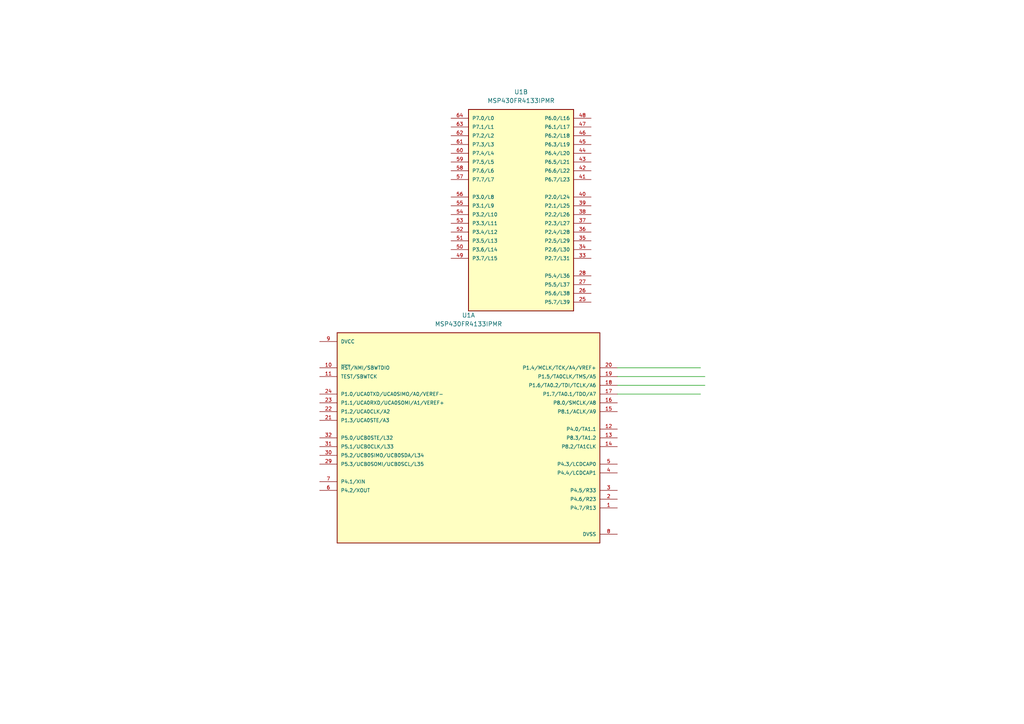
<source format=kicad_sch>
(kicad_sch (version 20230121) (generator eeschema)
  (paper "A4")
  (lib_symbols
    (symbol "MSP430FR4133IPMR:MSP430FR4133IPMR" (pin_names (offset 1.016))
      (property "Reference" "U" (at -38.1 31.75 0))
      (property "Value" "MSP430FR4133IPMR" (at -38.1 -33.02 0))
      (symbol "MSP430FR4133IPMR_1_0"
        (rectangle (start -38.1 -30.48) (end 38.1 30.48) (stroke (width 0.254)) (fill (type background)))
        (pin bidirectional line (at 43.18 -20.32 180) (length 5.08) (name "P4.7/R13") (number "1"))
        (pin bidirectional line (at -43.18 20.32 0) (length 5.08) (name "~{RST}/NMI/SBWTDIO") (number "10"))
        (pin bidirectional line (at -43.18 17.78 0) (length 5.08) (name "TEST/SBWTCK") (number "11"))
        (pin bidirectional line (at 43.18 2.54 180) (length 5.08) (name "P4.0/TA1.1") (number "12"))
        (pin bidirectional line (at 43.18 0 180) (length 5.08) (name "P8.3/TA1.2") (number "13"))
        (pin bidirectional line (at 43.18 -2.54 180) (length 5.08) (name "P8.2/TA1CLK") (number "14"))
        (pin bidirectional line (at 43.18 7.62 180) (length 5.08) (name "P8.1/ACLK/A9") (number "15"))
        (pin bidirectional line (at 43.18 10.16 180) (length 5.08) (name "P8.0/SMCLK/A8") (number "16"))
        (pin bidirectional line (at 43.18 12.7 180) (length 5.08) (name "P1.7/TA0.1/TDO/A7") (number "17"))
        (pin bidirectional line (at 43.18 15.24 180) (length 5.08) (name "P1.6/TA0.2/TDI/TCLK/A6") (number "18"))
        (pin bidirectional line (at 43.18 17.78 180) (length 5.08) (name "P1.5/TA0CLK/TMS/A5") (number "19"))
        (pin bidirectional line (at 43.18 -17.78 180) (length 5.08) (name "P4.6/R23") (number "2"))
        (pin bidirectional line (at 43.18 20.32 180) (length 5.08) (name "P1.4/MCLK/TCK/A4/VREF+") (number "20"))
        (pin bidirectional line (at -43.18 5.08 0) (length 5.08) (name "P1.3/UCA0STE/A3") (number "21"))
        (pin bidirectional line (at -43.18 7.62 0) (length 5.08) (name "P1.2/UCA0CLK/A2") (number "22"))
        (pin bidirectional line (at -43.18 10.16 0) (length 5.08) (name "P1.1/UCA0RXD/UCA0SOMI/A1/VEREF+") (number "23"))
        (pin bidirectional line (at -43.18 12.7 0) (length 5.08) (name "P1.0/UCA0TXD/UCA0SIMO/A0/VEREF-") (number "24"))
        (pin bidirectional line (at -43.18 -7.62 0) (length 5.08) (name "P5.3/UCB0SOMI/UCB0SCL/L35") (number "29"))
        (pin bidirectional line (at 43.18 -15.24 180) (length 5.08) (name "P4.5/R33") (number "3"))
        (pin bidirectional line (at -43.18 -5.08 0) (length 5.08) (name "P5.2/UCB0SIMO/UCB0SDA/L34") (number "30"))
        (pin bidirectional line (at -43.18 -2.54 0) (length 5.08) (name "P5.1/UCB0CLK/L33") (number "31"))
        (pin bidirectional line (at -43.18 0 0) (length 5.08) (name "P5.0/UCB0STE/L32") (number "32"))
        (pin bidirectional line (at 43.18 -10.16 180) (length 5.08) (name "P4.4/LCDCAP1") (number "4"))
        (pin bidirectional line (at 43.18 -7.62 180) (length 5.08) (name "P4.3/LCDCAP0") (number "5"))
        (pin bidirectional line (at -43.18 -15.24 0) (length 5.08) (name "P4.2/XOUT") (number "6"))
        (pin bidirectional line (at -43.18 -12.7 0) (length 5.08) (name "P4.1/XIN") (number "7"))
        (pin power_in line (at 43.18 -27.94 180) (length 5.08) (name "DVSS") (number "8"))
        (pin power_in line (at -43.18 27.94 0) (length 5.08) (name "DVCC") (number "9"))
      )
      (symbol "MSP430FR4133IPMR_2_0"
        (rectangle (start -15.24 -30.48) (end 15.24 27.94) (stroke (width 0.254)) (fill (type background)))
        (pin bidirectional line (at 20.32 -27.94 180) (length 5.08) (name "P5.7/L39") (number "25"))
        (pin bidirectional line (at 20.32 -25.4 180) (length 5.08) (name "P5.6/L38") (number "26"))
        (pin bidirectional line (at 20.32 -22.86 180) (length 5.08) (name "P5.5/L37") (number "27"))
        (pin bidirectional line (at 20.32 -20.32 180) (length 5.08) (name "P5.4/L36") (number "28"))
        (pin bidirectional line (at 20.32 -15.24 180) (length 5.08) (name "P2.7/L31") (number "33"))
        (pin bidirectional line (at 20.32 -12.7 180) (length 5.08) (name "P2.6/L30") (number "34"))
        (pin bidirectional line (at 20.32 -10.16 180) (length 5.08) (name "P2.5/L29") (number "35"))
        (pin bidirectional line (at 20.32 -7.62 180) (length 5.08) (name "P2.4/L28") (number "36"))
        (pin bidirectional line (at 20.32 -5.08 180) (length 5.08) (name "P2.3/L27") (number "37"))
        (pin bidirectional line (at 20.32 -2.54 180) (length 5.08) (name "P2.2/L26") (number "38"))
        (pin bidirectional line (at 20.32 0 180) (length 5.08) (name "P2.1/L25") (number "39"))
        (pin bidirectional line (at 20.32 2.54 180) (length 5.08) (name "P2.0/L24") (number "40"))
        (pin bidirectional line (at 20.32 7.62 180) (length 5.08) (name "P6.7/L23") (number "41"))
        (pin bidirectional line (at 20.32 10.16 180) (length 5.08) (name "P6.6/L22") (number "42"))
        (pin bidirectional line (at 20.32 12.7 180) (length 5.08) (name "P6.5/L21") (number "43"))
        (pin bidirectional line (at 20.32 15.24 180) (length 5.08) (name "P6.4/L20") (number "44"))
        (pin bidirectional line (at 20.32 17.78 180) (length 5.08) (name "P6.3/L19") (number "45"))
        (pin bidirectional line (at 20.32 20.32 180) (length 5.08) (name "P6.2/L18") (number "46"))
        (pin bidirectional line (at 20.32 22.86 180) (length 5.08) (name "P6.1/L17") (number "47"))
        (pin bidirectional line (at 20.32 25.4 180) (length 5.08) (name "P6.0/L16") (number "48"))
        (pin bidirectional line (at -20.32 -15.24 0) (length 5.08) (name "P3.7/L15") (number "49"))
        (pin bidirectional line (at -20.32 -12.7 0) (length 5.08) (name "P3.6/L14") (number "50"))
        (pin bidirectional line (at -20.32 -10.16 0) (length 5.08) (name "P3.5/L13") (number "51"))
        (pin bidirectional line (at -20.32 -7.62 0) (length 5.08) (name "P3.4/L12") (number "52"))
        (pin bidirectional line (at -20.32 -5.08 0) (length 5.08) (name "P3.3/L11") (number "53"))
        (pin bidirectional line (at -20.32 -2.54 0) (length 5.08) (name "P3.2/L10") (number "54"))
        (pin bidirectional line (at -20.32 0 0) (length 5.08) (name "P3.1/L9") (number "55"))
        (pin bidirectional line (at -20.32 2.54 0) (length 5.08) (name "P3.0/L8") (number "56"))
        (pin bidirectional line (at -20.32 7.62 0) (length 5.08) (name "P7.7/L7") (number "57"))
        (pin bidirectional line (at -20.32 10.16 0) (length 5.08) (name "P7.6/L6") (number "58"))
        (pin bidirectional line (at -20.32 12.7 0) (length 5.08) (name "P7.5/L5") (number "59"))
        (pin bidirectional line (at -20.32 15.24 0) (length 5.08) (name "P7.4/L4") (number "60"))
        (pin bidirectional line (at -20.32 17.78 0) (length 5.08) (name "P7.3/L3") (number "61"))
        (pin bidirectional line (at -20.32 20.32 0) (length 5.08) (name "P7.2/L2") (number "62"))
        (pin bidirectional line (at -20.32 22.86 0) (length 5.08) (name "P7.1/L1") (number "63"))
        (pin bidirectional line (at -20.32 25.4 0) (length 5.08) (name "P7.0/L0") (number "64"))
      )
    )
  )
  (wire (pts (xy 179.07 109.22) (xy 204.47 109.22)))
  (wire (pts (xy 179.07 111.76) (xy 204.47 111.76)))
  (wire (pts (xy 179.07 106.68) (xy 203.2 106.68)))
  (wire (pts (xy 179.07 114.3) (xy 203.2 114.3)))
  (symbol (lib_id "MSP430FR4133IPMR:MSP430FR4133IPMR") (at 151.13 59.69 0) (unit 2)
    (property "Reference" "U1" (at 151.13 26.67 0))
    (property "Value" "MSP430FR4133IPMR" (at 151.13 29.21 0))
    (property "Footprint" "MSP430FR4133IPMR:QFP50P1200X1200X160-64N" (effects hide))
    (property "PARTREV" "E" (effects hide))
    (property "MANUFACTURER" "Texas Instruments" (effects hide))
    (property "MAXIMUM_PACKAGE_HEIGHT" "1.6 mm" (effects hide))
    (property "STANDARD" "IPC 7351B" (effects hide))
  )
  (symbol (lib_id "MSP430FR4133IPMR:MSP430FR4133IPMR") (at 135.89 127 0) (unit 1)
    (property "Reference" "U1" (at 135.89 91.44 0))
    (property "Value" "MSP430FR4133IPMR" (at 135.89 93.98 0))
    (property "Footprint" "MSP430FR4133IPMR:QFP50P1200X1200X160-64N" (effects hide))
    (property "PARTREV" "E" (effects hide))
    (property "MANUFACTURER" "Texas Instruments" (effects hide))
    (property "MAXIMUM_PACKAGE_HEIGHT" "1.6 mm" (effects hide))
    (property "STANDARD" "IPC 7351B" (effects hide))
  )
)
</source>
